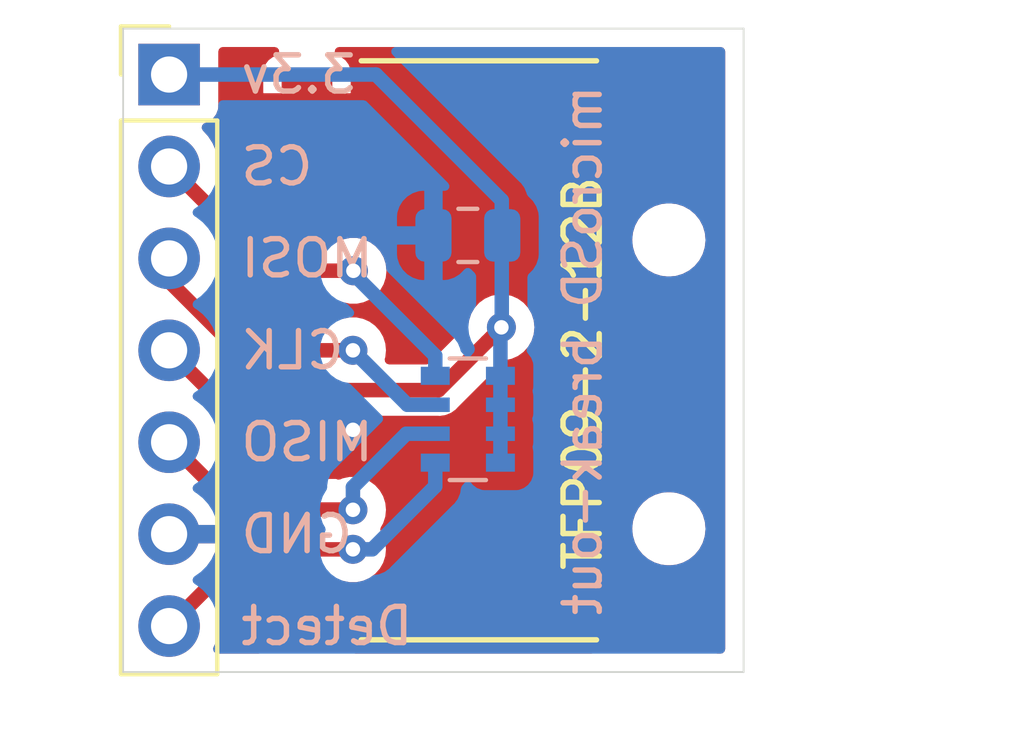
<source format=kicad_pcb>
(kicad_pcb (version 20211014) (generator pcbnew)
  (layers (0 "F.Cu" signal) (31 "B.Cu" signal) (34 "B.Paste" user) (35 "F.Paste" user) (36 "B.SilkS" user "B.Silkscreen") (37 "F.SilkS" user "F.Silkscreen") (38 "B.Mask" user) (39 "F.Mask" user) (44 "Edge.Cuts" user))
  (net 0 "")
  (net 1 "GND")
  (net 2 "+3.3V")
  (net 3 "/SD_DETECT")
  (net 4 "Net-(J1-Pad8)")
  (net 5 "/SPI_MISO")
  (net 6 "/SPI_CLK")
  (net 7 "/SPI_MOSI")
  (net 8 "/SPI_CS")
  (net 9 "Net-(J1-Pad1)")
  (footprint "Sassa:TFP09-2-12B" (layer "F.Cu") (at 170.815 98.425 90)
    (fp_text reference "J1" hide)
    (fp_text value "Micro_SD_Card_Det_1Pin")
    (fp_line (start 8 8) (end 8 1.5) (layer "F.SilkS") (width 0.15))
    (fp_line (start -8 1.5) (end -8 8) (layer "F.SilkS") (width 0.15))
    (pad "" np_thru_hole circle locked (at -4.93 10 90) (size 1 1) (drill 1) (layers *.Cu *.Mask))
    (pad "" np_thru_hole circle locked (at 3.05 10 90) (size 1 1) (drill 1) (layers *.Cu *.Mask))
    (pad "1" smd rect locked (at 2.2 -0.5 90) (size 0.7 1.6) (layers "F.Cu" "F.Paste" "F.Mask") (net 9 "Net-(J1-Pad1)"))
    (pad "2" smd rect locked (at 1.1 -0.5 90) (size 0.7 1.6) (layers "F.Cu" "F.Paste" "F.Mask") (net 8 "/SPI_CS"))
    (pad "3" smd rect locked (at 0 -0.5 90) (size 0.7 1.6) (layers "F.Cu" "F.Paste" "F.Mask") (net 7 "/SPI_MOSI"))
    (pad "4" smd rect locked (at -1.1 -0.5 90) (size 0.7 1.6) (layers "F.Cu" "F.Paste" "F.Mask") (net 2 "+3.3V"))
    (pad "5" smd rect locked (at -2.2 -0.5 90) (size 0.7 1.6) (layers "F.Cu" "F.Paste" "F.Mask") (net 6 "/SPI_CLK"))
    (pad "6" smd rect locked (at -3.3 -0.5 90) (size 0.7 1.6) (layers "F.Cu" "F.Paste" "F.Mask") (net 1 "GND"))
    (pad "7" smd rect locked (at -4.4 -0.5 90) (size 0.7 1.6) (layers "F.Cu" "F.Paste" "F.Mask") (net 5 "/SPI_MISO"))
    (pad "8" smd rect locked (at -5.5 -0.5 90) (size 0.7 1.6) (layers "F.Cu" "F.Paste" "F.Mask") (net 4 "Net-(J1-Pad8)"))
    (pad "9" smd rect locked (at -6.6 -0.5 90) (size 0.7 1.6) (layers "F.Cu" "F.Paste" "F.Mask") (net 3 "/SD_DETECT"))
    (pad "10" smd rect locked (at -7.75 0 90) (size 1.2 1.4) (layers "F.Cu" "F.Paste" "F.Mask") (net 1 "GND"))
    (pad "10" smd rect locked (at 7.75 9.6 90) (size 1.2 2.2) (layers "F.Cu" "F.Paste" "F.Mask") (net 1 "GND"))
    (pad "10" smd rect locked (at 6.85 0 90) (size 1.6 1.4) (layers "F.Cu" "F.Paste" "F.Mask") (net 1 "GND"))
    (pad "10" smd rect locked (at -7.75 9.6 90) (size 1.2 2.2) (layers "F.Cu" "F.Paste" "F.Mask") (net 1 "GND"))
  )
  (footprint "Connector_PinHeader_2.54mm:PinHeader_1x07_P2.54mm_Vertical" (layer "F.Cu") (at 167.005 90.805)
    (fp_text reference "J2" hide)
    (fp_text value "Conn_01x07")
    (fp_line (start -1.33 16.57) (end 1.33 16.57) (layer "F.SilkS") (width 0.12))
    (fp_line (start -1.33 -1.33) (end 0 -1.33) (layer "F.SilkS") (width 0.12))
    (fp_line (start -1.33 1.27) (end -1.33 16.57) (layer "F.SilkS") (width 0.12))
    (fp_line (start -1.33 0) (end -1.33 -1.33) (layer "F.SilkS") (width 0.12))
    (fp_line (start 1.33 1.27) (end 1.33 16.57) (layer "F.SilkS") (width 0.12))
    (fp_line (start -1.33 1.27) (end 1.33 1.27) (layer "F.SilkS") (width 0.12))
    (pad "1" thru_hole rect (at 0 0) (size 1.7 1.7) (drill 1) (layers *.Cu *.Mask) (net 2 "+3.3V"))
    (pad "2" thru_hole oval (at 0 2.54) (size 1.7 1.7) (drill 1) (layers *.Cu *.Mask) (net 8 "/SPI_CS"))
    (pad "3" thru_hole oval (at 0 5.08) (size 1.7 1.7) (drill 1) (layers *.Cu *.Mask) (net 7 "/SPI_MOSI"))
    (pad "4" thru_hole oval (at 0 7.62) (size 1.7 1.7) (drill 1) (layers *.Cu *.Mask) (net 6 "/SPI_CLK"))
    (pad "5" thru_hole oval (at 0 10.16) (size 1.7 1.7) (drill 1) (layers *.Cu *.Mask) (net 5 "/SPI_MISO"))
    (pad "6" thru_hole oval (at 0 12.7) (size 1.7 1.7) (drill 1) (layers *.Cu *.Mask) (net 1 "GND"))
    (pad "7" thru_hole oval (at 0 15.24) (size 1.7 1.7) (drill 1) (layers *.Cu *.Mask) (net 3 "/SD_DETECT"))
  )
  (footprint "Capacitor_SMD:C_0805_2012Metric" (layer "B.Cu") (at 175.26 95.25 180)
    (fp_text reference "C1" hide)
    (fp_text value "C_Small")
    (fp_line (start -0.261252 -0.735) (end 0.261252 -0.735) (layer "B.SilkS") (width 0.12))
    (fp_line (start -0.261252 0.735) (end 0.261252 0.735) (layer "B.SilkS") (width 0.12))
    (pad "1" smd roundrect (at -0.95 0 180) (size 1 1.45) (layers "B.Cu" "B.Paste" "B.Mask") (net 2 "+3.3V"))
    (pad "2" smd roundrect (at 0.95 0 180) (size 1 1.45) (layers "B.Cu" "B.Paste" "B.Mask") (net 1 "GND"))
  )
  (footprint "Resistor_SMD:R_Array_Convex_4x0603" (layer "B.Cu") (at 175.26 100.33)
    (fp_text reference "RN1" hide)
    (fp_text value "R_Pack04")
    (fp_line (start 0.5 -1.68) (end -0.5 -1.68) (layer "B.SilkS") (width 0.12))
    (fp_line (start 0.5 1.68) (end -0.5 1.68) (layer "B.SilkS") (width 0.12))
    (pad "1" smd rect (at -0.9 1.2) (size 0.8 0.5) (layers "B.Cu" "B.Paste" "B.Mask") (net 4 "Net-(J1-Pad8)"))
    (pad "2" smd rect (at -0.9 0.4) (size 0.8 0.4) (layers "B.Cu" "B.Paste" "B.Mask") (net 5 "/SPI_MISO"))
    (pad "3" smd rect (at -0.9 -0.4) (size 0.8 0.4) (layers "B.Cu" "B.Paste" "B.Mask") (net 7 "/SPI_MOSI"))
    (pad "4" smd rect (at -0.9 -1.2) (size 0.8 0.5) (layers "B.Cu" "B.Paste" "B.Mask") (net 9 "Net-(J1-Pad1)"))
    (pad "5" smd rect (at 0.9 -1.2) (size 0.8 0.5) (layers "B.Cu" "B.Paste" "B.Mask") (net 2 "+3.3V"))
    (pad "6" smd rect (at 0.9 -0.4) (size 0.8 0.4) (layers "B.Cu" "B.Paste" "B.Mask") (net 2 "+3.3V"))
    (pad "7" smd rect (at 0.9 0.4) (size 0.8 0.4) (layers "B.Cu" "B.Paste" "B.Mask") (net 2 "+3.3V"))
    (pad "8" smd rect (at 0.9 1.2) (size 0.8 0.5) (layers "B.Cu" "B.Paste" "B.Mask") (net 2 "+3.3V"))
  )
  (gr_line (start 165.735 107.315) (end 165.735 89.535) (layer "Edge.Cuts") (width 0.05))
  (gr_line (start 182.88 107.315) (end 165.735 107.315) (layer "Edge.Cuts") (width 0.05))
  (gr_line (start 182.88 89.535) (end 182.88 107.315) (layer "Edge.Cuts") (width 0.05))
  (gr_line (start 165.735 89.535) (end 182.88 89.535) (layer "Edge.Cuts") (width 0.05))
  (gr_text "CS" (at 168.91 93.345) (layer "B.SilkS") (effects (font (size 1 1)) (justify right mirror)))
  (gr_text "MOSI" (at 168.91 95.885) (layer "B.SilkS") (effects (font (size 1 1)) (justify right mirror)))
  (gr_text "CLK" (at 168.91 98.425) (layer "B.SilkS") (effects (font (size 1 1)) (justify right mirror)))
  (gr_text "MISO" (at 168.91 100.965) (layer "B.SilkS") (effects (font (size 1 1)) (justify right mirror)))
  (gr_text "GND" (at 168.91 103.505) (layer "B.SilkS") (effects (font (size 1 1)) (justify right mirror)))
  (gr_text "Detect" (at 168.91 106.045) (layer "B.SilkS") (effects (font (size 1 1)) (justify right mirror)))
  (gr_text "3.3v" (at 168.91 90.805) (layer "B.SilkS") (effects (font (size 1 1)) (justify right mirror)))
  (gr_text "microSD break-out" (at 178.435 98.425 90) (layer "B.SilkS") (effects (font (size 1 1)) (justify mirror)))
  (gr_text "TFP09-2-12B" (at 178.435 99.06 90) (layer "F.SilkS") (effects (font (size 1 1))))
  (segment (start 172.085 101.155) (end 172.085 100.6221) (width 0.4) (layer "F.Cu") (net 1))
  (segment (start 171.515 101.725) (end 172.085 101.155) (width 0.4) (layer "F.Cu") (net 1))
  (segment (start 170.315 101.725) (end 171.515 101.725) (width 0.4) (layer "F.Cu") (net 1))
  (via (at 172.085 100.6221) (size 0.8) (drill 0.4) (layers "F.Cu" "B.Cu") (net 1))
  (segment (start 167.005 103.505) (end 169.2021 103.505) (width 0.4) (layer "B.Cu") (net 1))
  (segment (start 171.685001 101.022099) (end 172.085 100.6221) (width 0.4) (layer "B.Cu") (net 1))
  (segment (start 169.2021 103.505) (end 171.685001 101.022099) (width 0.4) (layer "B.Cu") (net 1))
  (segment (start 175.787101 98.189999) (end 176.1871 97.79) (width 0.4) (layer "F.Cu") (net 2))
  (segment (start 174.4521 99.525) (end 175.787101 98.189999) (width 0.4) (layer "F.Cu") (net 2))
  (segment (start 170.315 99.525) (end 174.4521 99.525) (width 0.4) (layer "F.Cu") (net 2))
  (via (at 176.1871 97.79) (size 0.8) (drill 0.4) (layers "F.Cu" "B.Cu") (net 2))
  (segment (start 167.005 90.805) (end 172.72 90.805) (width 0.4) (layer "B.Cu") (net 2))
  (segment (start 176.1975 94.2825) (end 176.1975 95.25) (width 0.4) (layer "B.Cu") (net 2))
  (segment (start 176.16 97.8171) (end 176.1871 97.79) (width 0.4) (layer "B.Cu") (net 2))
  (segment (start 172.72 90.805) (end 176.1975 94.2825) (width 0.4) (layer "B.Cu") (net 2))
  (segment (start 176.1975 97.7796) (end 176.1871 97.79) (width 0.4) (layer "B.Cu") (net 2))
  (segment (start 176.1975 95.25) (end 176.1975 97.7796) (width 0.4) (layer "B.Cu") (net 2))
  (segment (start 176.16 99.13) (end 176.16 97.8171) (width 0.4) (layer "B.Cu") (net 2))
  (segment (start 176.16 101.53) (end 176.16 99.13) (width 0.4) (layer "B.Cu") (net 2))
  (segment (start 168.025 105.025) (end 167.005 106.045) (width 0.4) (layer "F.Cu") (net 3))
  (segment (start 170.315 105.025) (end 168.025 105.025) (width 0.4) (layer "F.Cu") (net 3))
  (segment (start 170.315 103.925) (end 172.0841 103.925) (width 0.4) (layer "F.Cu") (net 4))
  (segment (start 172.0841 103.925) (end 172.085 103.9241) (width 0.4) (layer "F.Cu") (net 4))
  (via (at 172.085 103.9241) (size 0.8) (drill 0.4) (layers "F.Cu" "B.Cu") (net 4))
  (segment (start 174.36 102.18) (end 172.6159 103.9241) (width 0.4) (layer "B.Cu") (net 4))
  (segment (start 174.36 101.53) (end 174.36 102.18) (width 0.4) (layer "B.Cu") (net 4))
  (segment (start 172.6159 103.9241) (end 172.085 103.9241) (width 0.4) (layer "B.Cu") (net 4))
  (segment (start 170.315 102.825) (end 172.0781 102.825) (width 0.4) (layer "F.Cu") (net 5))
  (segment (start 170.315 102.825) (end 168.865 102.825) (width 0.4) (layer "F.Cu") (net 5))
  (segment (start 172.0781 102.825) (end 172.085 102.8319) (width 0.4) (layer "F.Cu") (net 5))
  (segment (start 168.865 102.825) (end 167.005 100.965) (width 0.4) (layer "F.Cu") (net 5))
  (via (at 172.085 102.8319) (size 0.8) (drill 0.4) (layers "F.Cu" "B.Cu") (net 5))
  (segment (start 174.36 100.73) (end 173.56 100.73) (width 0.4) (layer "B.Cu") (net 5))
  (segment (start 173.56 100.73) (end 172.085 102.205) (width 0.4) (layer "B.Cu") (net 5))
  (segment (start 172.085 102.205) (end 172.085 102.8319) (width 0.4) (layer "B.Cu") (net 5))
  (segment (start 169.205 100.625) (end 167.005 98.425) (width 0.4) (layer "F.Cu") (net 6))
  (segment (start 170.315 100.625) (end 169.205 100.625) (width 0.4) (layer "F.Cu") (net 6))
  (segment (start 172.085 98.425) (end 170.315 98.425) (width 0.4) (layer "F.Cu") (net 7))
  (segment (start 168.91 98.425) (end 167.005 96.52) (width 0.4) (layer "F.Cu") (net 7))
  (segment (start 170.315 98.425) (end 168.91 98.425) (width 0.4) (layer "F.Cu") (net 7))
  (segment (start 167.005 96.52) (end 167.005 95.885) (width 0.4) (layer "F.Cu") (net 7))
  (via (at 172.085 98.425) (size 0.8) (drill 0.4) (layers "F.Cu" "B.Cu") (net 7))
  (segment (start 174.36 99.93) (end 173.59 99.93) (width 0.4) (layer "B.Cu") (net 7))
  (segment (start 173.59 99.93) (end 172.085 98.425) (width 0.4) (layer "B.Cu") (net 7))
  (segment (start 168.5925 96.8025) (end 168.5925 94.9325) (width 0.4) (layer "F.Cu") (net 8))
  (segment (start 169.115 97.325) (end 168.5925 96.8025) (width 0.4) (layer "F.Cu") (net 8))
  (segment (start 168.5925 94.9325) (end 167.005 93.345) (width 0.4) (layer "F.Cu") (net 8))
  (segment (start 170.315 97.325) (end 169.115 97.325) (width 0.4) (layer "F.Cu") (net 8))
  (segment (start 172.094796 96.225) (end 172.0977 96.227904) (width 0.4) (layer "F.Cu") (net 9))
  (segment (start 170.315 96.225) (end 172.094796 96.225) (width 0.4) (layer "F.Cu") (net 9))
  (via (at 172.0977 96.227904) (size 0.8) (drill 0.4) (layers "F.Cu" "B.Cu") (net 9))
  (segment (start 172.0977 96.3127) (end 172.0977 96.227904) (width 0.4) (layer "B.Cu") (net 9))
  (segment (start 174.36 99.13) (end 174.36 98.575) (width 0.4) (layer "B.Cu") (net 9))
  (segment (start 174.36 98.575) (end 172.0977 96.3127) (width 0.4) (layer "B.Cu") (net 9))
  (zone (net 1) (net_name "GND") (layer "F.Cu") (connect_pads (clearance 0.508)) (min_thickness 0.254) (fill yes (thermal_gap 0.508) (thermal_bridge_width 0.508))
    (polygon (pts (xy 182.88 107.315) (xy 165.735 107.315) (xy 165.735 89.535) (xy 182.88 89.535)))
  )
  (zone (net 1) (net_name "GND") (layer "B.Cu") (connect_pads (clearance 0.508)) (min_thickness 0.254) (fill yes (thermal_gap 0.508) (thermal_bridge_width 0.508))
    (polygon (pts (xy 182.88 107.315) (xy 165.735 107.315) (xy 165.735 89.535) (xy 182.88 89.535)))
  )
)
</source>
